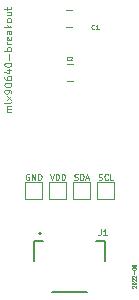
<source format=gbr>
G04 #@! TF.GenerationSoftware,KiCad,Pcbnew,(6.0.7)*
G04 #@! TF.CreationDate,2022-08-12T11:37:01-07:00*
G04 #@! TF.ProjectId,mlx90640-breakout,6d6c7839-3036-4343-902d-627265616b6f,rev?*
G04 #@! TF.SameCoordinates,Original*
G04 #@! TF.FileFunction,Legend,Top*
G04 #@! TF.FilePolarity,Positive*
%FSLAX46Y46*%
G04 Gerber Fmt 4.6, Leading zero omitted, Abs format (unit mm)*
G04 Created by KiCad (PCBNEW (6.0.7)) date 2022-08-12 11:37:01*
%MOMM*%
%LPD*%
G01*
G04 APERTURE LIST*
%ADD10C,0.050000*%
%ADD11C,0.100000*%
%ADD12C,0.075000*%
%ADD13C,0.120000*%
%ADD14C,0.203200*%
G04 APERTURE END LIST*
D10*
X116275284Y-82707715D02*
X116260999Y-82693429D01*
X116246713Y-82664858D01*
X116246713Y-82593429D01*
X116260999Y-82564858D01*
X116275284Y-82550572D01*
X116303856Y-82536286D01*
X116332427Y-82536286D01*
X116375284Y-82550572D01*
X116546713Y-82722001D01*
X116546713Y-82536286D01*
X116246713Y-82350572D02*
X116246713Y-82322001D01*
X116260999Y-82293429D01*
X116275284Y-82279143D01*
X116303856Y-82264858D01*
X116360999Y-82250572D01*
X116432427Y-82250572D01*
X116489570Y-82264858D01*
X116518141Y-82279143D01*
X116532427Y-82293429D01*
X116546713Y-82322001D01*
X116546713Y-82350572D01*
X116532427Y-82379143D01*
X116518141Y-82393429D01*
X116489570Y-82407715D01*
X116432427Y-82422001D01*
X116360999Y-82422001D01*
X116303856Y-82407715D01*
X116275284Y-82393429D01*
X116260999Y-82379143D01*
X116246713Y-82350572D01*
X116275284Y-82136286D02*
X116260999Y-82122001D01*
X116246713Y-82093429D01*
X116246713Y-82022001D01*
X116260999Y-81993429D01*
X116275284Y-81979143D01*
X116303856Y-81964858D01*
X116332427Y-81964858D01*
X116375284Y-81979143D01*
X116546713Y-82150572D01*
X116546713Y-81964858D01*
X116275284Y-81850572D02*
X116260999Y-81836286D01*
X116246713Y-81807715D01*
X116246713Y-81736286D01*
X116260999Y-81707715D01*
X116275284Y-81693429D01*
X116303856Y-81679143D01*
X116332427Y-81679143D01*
X116375284Y-81693429D01*
X116546713Y-81864858D01*
X116546713Y-81679143D01*
X116432427Y-81550572D02*
X116432427Y-81322001D01*
X116246713Y-81122001D02*
X116246713Y-81093429D01*
X116260999Y-81064858D01*
X116275284Y-81050572D01*
X116303856Y-81036286D01*
X116360999Y-81022001D01*
X116432427Y-81022001D01*
X116489570Y-81036286D01*
X116518141Y-81050572D01*
X116532427Y-81064858D01*
X116546713Y-81093429D01*
X116546713Y-81122001D01*
X116532427Y-81150572D01*
X116518141Y-81164858D01*
X116489570Y-81179143D01*
X116432427Y-81193429D01*
X116360999Y-81193429D01*
X116303856Y-81179143D01*
X116275284Y-81164858D01*
X116260999Y-81150572D01*
X116246713Y-81122001D01*
X116375284Y-80850572D02*
X116360999Y-80879143D01*
X116346713Y-80893429D01*
X116318141Y-80907715D01*
X116303856Y-80907715D01*
X116275284Y-80893429D01*
X116260999Y-80879143D01*
X116246713Y-80850572D01*
X116246713Y-80793429D01*
X116260999Y-80764858D01*
X116275284Y-80750572D01*
X116303856Y-80736286D01*
X116318141Y-80736286D01*
X116346713Y-80750572D01*
X116360999Y-80764858D01*
X116375284Y-80793429D01*
X116375284Y-80850572D01*
X116389570Y-80879143D01*
X116403856Y-80893429D01*
X116432427Y-80907715D01*
X116489570Y-80907715D01*
X116518141Y-80893429D01*
X116532427Y-80879143D01*
X116546713Y-80850572D01*
X116546713Y-80793429D01*
X116532427Y-80764858D01*
X116518141Y-80750572D01*
X116489570Y-80736286D01*
X116432427Y-80736286D01*
X116403856Y-80750572D01*
X116389570Y-80764858D01*
X116375284Y-80793429D01*
D11*
X106014427Y-67834001D02*
X105614427Y-67834001D01*
X105671570Y-67834001D02*
X105642999Y-67805429D01*
X105614427Y-67748286D01*
X105614427Y-67662572D01*
X105642999Y-67605429D01*
X105700141Y-67576858D01*
X106014427Y-67576858D01*
X105700141Y-67576858D02*
X105642999Y-67548286D01*
X105614427Y-67491143D01*
X105614427Y-67405429D01*
X105642999Y-67348286D01*
X105700141Y-67319715D01*
X106014427Y-67319715D01*
X106014427Y-66948286D02*
X105985856Y-67005429D01*
X105928713Y-67034001D01*
X105414427Y-67034001D01*
X106014427Y-66776858D02*
X105614427Y-66462572D01*
X105614427Y-66776858D02*
X106014427Y-66462572D01*
X106014427Y-66205429D02*
X106014427Y-66091143D01*
X105985856Y-66034001D01*
X105957284Y-66005429D01*
X105871570Y-65948286D01*
X105757284Y-65919715D01*
X105528713Y-65919715D01*
X105471570Y-65948286D01*
X105442999Y-65976858D01*
X105414427Y-66034001D01*
X105414427Y-66148286D01*
X105442999Y-66205429D01*
X105471570Y-66234001D01*
X105528713Y-66262572D01*
X105671570Y-66262572D01*
X105728713Y-66234001D01*
X105757284Y-66205429D01*
X105785856Y-66148286D01*
X105785856Y-66034001D01*
X105757284Y-65976858D01*
X105728713Y-65948286D01*
X105671570Y-65919715D01*
X105414427Y-65548286D02*
X105414427Y-65491143D01*
X105442999Y-65434001D01*
X105471570Y-65405429D01*
X105528713Y-65376858D01*
X105642999Y-65348286D01*
X105785856Y-65348286D01*
X105900141Y-65376858D01*
X105957284Y-65405429D01*
X105985856Y-65434001D01*
X106014427Y-65491143D01*
X106014427Y-65548286D01*
X105985856Y-65605429D01*
X105957284Y-65634001D01*
X105900141Y-65662572D01*
X105785856Y-65691143D01*
X105642999Y-65691143D01*
X105528713Y-65662572D01*
X105471570Y-65634001D01*
X105442999Y-65605429D01*
X105414427Y-65548286D01*
X105414427Y-64834001D02*
X105414427Y-64948286D01*
X105442999Y-65005429D01*
X105471570Y-65034001D01*
X105557284Y-65091143D01*
X105671570Y-65119715D01*
X105900141Y-65119715D01*
X105957284Y-65091143D01*
X105985856Y-65062572D01*
X106014427Y-65005429D01*
X106014427Y-64891143D01*
X105985856Y-64834001D01*
X105957284Y-64805429D01*
X105900141Y-64776858D01*
X105757284Y-64776858D01*
X105700141Y-64805429D01*
X105671570Y-64834001D01*
X105642999Y-64891143D01*
X105642999Y-65005429D01*
X105671570Y-65062572D01*
X105700141Y-65091143D01*
X105757284Y-65119715D01*
X105614427Y-64262572D02*
X106014427Y-64262572D01*
X105385856Y-64405429D02*
X105814427Y-64548286D01*
X105814427Y-64176858D01*
X105414427Y-63834001D02*
X105414427Y-63776858D01*
X105442999Y-63719715D01*
X105471570Y-63691143D01*
X105528713Y-63662572D01*
X105642999Y-63634001D01*
X105785856Y-63634001D01*
X105900141Y-63662572D01*
X105957284Y-63691143D01*
X105985856Y-63719715D01*
X106014427Y-63776858D01*
X106014427Y-63834001D01*
X105985856Y-63891143D01*
X105957284Y-63919715D01*
X105900141Y-63948286D01*
X105785856Y-63976858D01*
X105642999Y-63976858D01*
X105528713Y-63948286D01*
X105471570Y-63919715D01*
X105442999Y-63891143D01*
X105414427Y-63834001D01*
X105785856Y-63376858D02*
X105785856Y-62919715D01*
X106014427Y-62634001D02*
X105414427Y-62634001D01*
X105642999Y-62634001D02*
X105614427Y-62576858D01*
X105614427Y-62462572D01*
X105642999Y-62405429D01*
X105671570Y-62376858D01*
X105728713Y-62348286D01*
X105900141Y-62348286D01*
X105957284Y-62376858D01*
X105985856Y-62405429D01*
X106014427Y-62462572D01*
X106014427Y-62576858D01*
X105985856Y-62634001D01*
X106014427Y-62091143D02*
X105614427Y-62091143D01*
X105728713Y-62091143D02*
X105671570Y-62062572D01*
X105642999Y-62034001D01*
X105614427Y-61976858D01*
X105614427Y-61919715D01*
X105985856Y-61491143D02*
X106014427Y-61548286D01*
X106014427Y-61662572D01*
X105985856Y-61719715D01*
X105928713Y-61748286D01*
X105700141Y-61748286D01*
X105642999Y-61719715D01*
X105614427Y-61662572D01*
X105614427Y-61548286D01*
X105642999Y-61491143D01*
X105700141Y-61462572D01*
X105757284Y-61462572D01*
X105814427Y-61748286D01*
X106014427Y-60948286D02*
X105700141Y-60948286D01*
X105642999Y-60976858D01*
X105614427Y-61034001D01*
X105614427Y-61148286D01*
X105642999Y-61205429D01*
X105985856Y-60948286D02*
X106014427Y-61005429D01*
X106014427Y-61148286D01*
X105985856Y-61205429D01*
X105928713Y-61234001D01*
X105871570Y-61234001D01*
X105814427Y-61205429D01*
X105785856Y-61148286D01*
X105785856Y-61005429D01*
X105757284Y-60948286D01*
X106014427Y-60662572D02*
X105414427Y-60662572D01*
X105785856Y-60605429D02*
X106014427Y-60434001D01*
X105614427Y-60434001D02*
X105842999Y-60662572D01*
X106014427Y-60091143D02*
X105985856Y-60148286D01*
X105957284Y-60176858D01*
X105900141Y-60205429D01*
X105728713Y-60205429D01*
X105671570Y-60176858D01*
X105642999Y-60148286D01*
X105614427Y-60091143D01*
X105614427Y-60005429D01*
X105642999Y-59948286D01*
X105671570Y-59919715D01*
X105728713Y-59891143D01*
X105900141Y-59891143D01*
X105957284Y-59919715D01*
X105985856Y-59948286D01*
X106014427Y-60005429D01*
X106014427Y-60091143D01*
X105614427Y-59376858D02*
X106014427Y-59376858D01*
X105614427Y-59634001D02*
X105928713Y-59634001D01*
X105985856Y-59605429D01*
X106014427Y-59548286D01*
X106014427Y-59462572D01*
X105985856Y-59405429D01*
X105957284Y-59376858D01*
X105614427Y-59176858D02*
X105614427Y-58948286D01*
X105414427Y-59091143D02*
X105928713Y-59091143D01*
X105985856Y-59062572D01*
X106014427Y-59005429D01*
X106014427Y-58948286D01*
D12*
X113402760Y-73542381D02*
X113474189Y-73566191D01*
X113593237Y-73566191D01*
X113640856Y-73542381D01*
X113664665Y-73518572D01*
X113688475Y-73470953D01*
X113688475Y-73423334D01*
X113664665Y-73375715D01*
X113640856Y-73351905D01*
X113593237Y-73328096D01*
X113497999Y-73304286D01*
X113450379Y-73280477D01*
X113426570Y-73256667D01*
X113402760Y-73209048D01*
X113402760Y-73161429D01*
X113426570Y-73113810D01*
X113450379Y-73090001D01*
X113497999Y-73066191D01*
X113617046Y-73066191D01*
X113688475Y-73090001D01*
X114188475Y-73518572D02*
X114164665Y-73542381D01*
X114093237Y-73566191D01*
X114045618Y-73566191D01*
X113974189Y-73542381D01*
X113926570Y-73494762D01*
X113902760Y-73447143D01*
X113878951Y-73351905D01*
X113878951Y-73280477D01*
X113902760Y-73185239D01*
X113926570Y-73137620D01*
X113974189Y-73090001D01*
X114045618Y-73066191D01*
X114093237Y-73066191D01*
X114164665Y-73090001D01*
X114188475Y-73113810D01*
X114640856Y-73566191D02*
X114402760Y-73566191D01*
X114402760Y-73066191D01*
X107521046Y-73090001D02*
X107473427Y-73066191D01*
X107401999Y-73066191D01*
X107330570Y-73090001D01*
X107282951Y-73137620D01*
X107259141Y-73185239D01*
X107235332Y-73280477D01*
X107235332Y-73351905D01*
X107259141Y-73447143D01*
X107282951Y-73494762D01*
X107330570Y-73542381D01*
X107401999Y-73566191D01*
X107449618Y-73566191D01*
X107521046Y-73542381D01*
X107544856Y-73518572D01*
X107544856Y-73351905D01*
X107449618Y-73351905D01*
X107759141Y-73566191D02*
X107759141Y-73066191D01*
X108044856Y-73566191D01*
X108044856Y-73066191D01*
X108282951Y-73566191D02*
X108282951Y-73066191D01*
X108401999Y-73066191D01*
X108473427Y-73090001D01*
X108521046Y-73137620D01*
X108544856Y-73185239D01*
X108568665Y-73280477D01*
X108568665Y-73351905D01*
X108544856Y-73447143D01*
X108521046Y-73494762D01*
X108473427Y-73542381D01*
X108401999Y-73566191D01*
X108282951Y-73566191D01*
D11*
X113042332Y-60782858D02*
X113023284Y-60801905D01*
X112966141Y-60820953D01*
X112928046Y-60820953D01*
X112870903Y-60801905D01*
X112832808Y-60763810D01*
X112813760Y-60725715D01*
X112794713Y-60649524D01*
X112794713Y-60592381D01*
X112813760Y-60516191D01*
X112832808Y-60478096D01*
X112870903Y-60440001D01*
X112928046Y-60420953D01*
X112966141Y-60420953D01*
X113023284Y-60440001D01*
X113042332Y-60459048D01*
X113423284Y-60820953D02*
X113194713Y-60820953D01*
X113308999Y-60820953D02*
X113308999Y-60420953D01*
X113270903Y-60478096D01*
X113232808Y-60516191D01*
X113194713Y-60535239D01*
D12*
X113577332Y-77765191D02*
X113577332Y-78122334D01*
X113553522Y-78193762D01*
X113505903Y-78241381D01*
X113434475Y-78265191D01*
X113386856Y-78265191D01*
X114077332Y-78265191D02*
X113791618Y-78265191D01*
X113934475Y-78265191D02*
X113934475Y-77765191D01*
X113886856Y-77836620D01*
X113839237Y-77884239D01*
X113791618Y-77908048D01*
X109267332Y-73066191D02*
X109433999Y-73566191D01*
X109600665Y-73066191D01*
X109767332Y-73566191D02*
X109767332Y-73066191D01*
X109886379Y-73066191D01*
X109957808Y-73090001D01*
X110005427Y-73137620D01*
X110029237Y-73185239D01*
X110053046Y-73280477D01*
X110053046Y-73351905D01*
X110029237Y-73447143D01*
X110005427Y-73494762D01*
X109957808Y-73542381D01*
X109886379Y-73566191D01*
X109767332Y-73566191D01*
X110267332Y-73566191D02*
X110267332Y-73066191D01*
X110386379Y-73066191D01*
X110457808Y-73090001D01*
X110505427Y-73137620D01*
X110529237Y-73185239D01*
X110553046Y-73280477D01*
X110553046Y-73351905D01*
X110529237Y-73447143D01*
X110505427Y-73494762D01*
X110457808Y-73542381D01*
X110386379Y-73566191D01*
X110267332Y-73566191D01*
X110899999Y-63414143D02*
X110885713Y-63428429D01*
X110842856Y-63442715D01*
X110814284Y-63442715D01*
X110771427Y-63428429D01*
X110742856Y-63399858D01*
X110728570Y-63371286D01*
X110714284Y-63314143D01*
X110714284Y-63271286D01*
X110728570Y-63214143D01*
X110742856Y-63185572D01*
X110771427Y-63157001D01*
X110814284Y-63142715D01*
X110842856Y-63142715D01*
X110885713Y-63157001D01*
X110899999Y-63171286D01*
X111014284Y-63171286D02*
X111028570Y-63157001D01*
X111057141Y-63142715D01*
X111128570Y-63142715D01*
X111157141Y-63157001D01*
X111171427Y-63171286D01*
X111185713Y-63199858D01*
X111185713Y-63228429D01*
X111171427Y-63271286D01*
X110999999Y-63442715D01*
X111185713Y-63442715D01*
X111358856Y-73542381D02*
X111430284Y-73566191D01*
X111549332Y-73566191D01*
X111596951Y-73542381D01*
X111620760Y-73518572D01*
X111644570Y-73470953D01*
X111644570Y-73423334D01*
X111620760Y-73375715D01*
X111596951Y-73351905D01*
X111549332Y-73328096D01*
X111454094Y-73304286D01*
X111406475Y-73280477D01*
X111382665Y-73256667D01*
X111358856Y-73209048D01*
X111358856Y-73161429D01*
X111382665Y-73113810D01*
X111406475Y-73090001D01*
X111454094Y-73066191D01*
X111573141Y-73066191D01*
X111644570Y-73090001D01*
X111858856Y-73566191D02*
X111858856Y-73066191D01*
X111977903Y-73066191D01*
X112049332Y-73090001D01*
X112096951Y-73137620D01*
X112120760Y-73185239D01*
X112144570Y-73280477D01*
X112144570Y-73351905D01*
X112120760Y-73447143D01*
X112096951Y-73494762D01*
X112049332Y-73542381D01*
X111977903Y-73566191D01*
X111858856Y-73566191D01*
X112335046Y-73423334D02*
X112573141Y-73423334D01*
X112287427Y-73566191D02*
X112454094Y-73066191D01*
X112620760Y-73566191D01*
D13*
X114697999Y-73783001D02*
X114697999Y-75183001D01*
X114697999Y-75183001D02*
X113297999Y-75183001D01*
X113297999Y-75183001D02*
X113297999Y-73783001D01*
X113297999Y-73783001D02*
X114697999Y-73783001D01*
X108601999Y-75183001D02*
X107201999Y-75183001D01*
X108601999Y-73783001D02*
X108601999Y-75183001D01*
X107201999Y-73783001D02*
X108601999Y-73783001D01*
X107201999Y-75183001D02*
X107201999Y-73783001D01*
X110627747Y-59143001D02*
X111150251Y-59143001D01*
X110627747Y-60613001D02*
X111150251Y-60613001D01*
D14*
X107943999Y-80428001D02*
X107943999Y-78778001D01*
X113943999Y-78778001D02*
X113943999Y-80428001D01*
X107943999Y-78778001D02*
X108693999Y-78778001D01*
X109443999Y-83028001D02*
X112443999Y-83028001D01*
X113193999Y-78778001D02*
X113943999Y-78778001D01*
X108545599Y-78128001D02*
G75*
G03*
X108545599Y-78128001I-101600J0D01*
G01*
D13*
X110633999Y-73783001D02*
X110633999Y-75183001D01*
X110633999Y-75183001D02*
X109233999Y-75183001D01*
X109233999Y-75183001D02*
X109233999Y-73783001D01*
X109233999Y-73783001D02*
X110633999Y-73783001D01*
X110688747Y-63715001D02*
X111211251Y-63715001D01*
X110688747Y-65185001D02*
X111211251Y-65185001D01*
X112665999Y-75183001D02*
X111265999Y-75183001D01*
X111265999Y-73783001D02*
X112665999Y-73783001D01*
X111265999Y-75183001D02*
X111265999Y-73783001D01*
X112665999Y-73783001D02*
X112665999Y-75183001D01*
M02*

</source>
